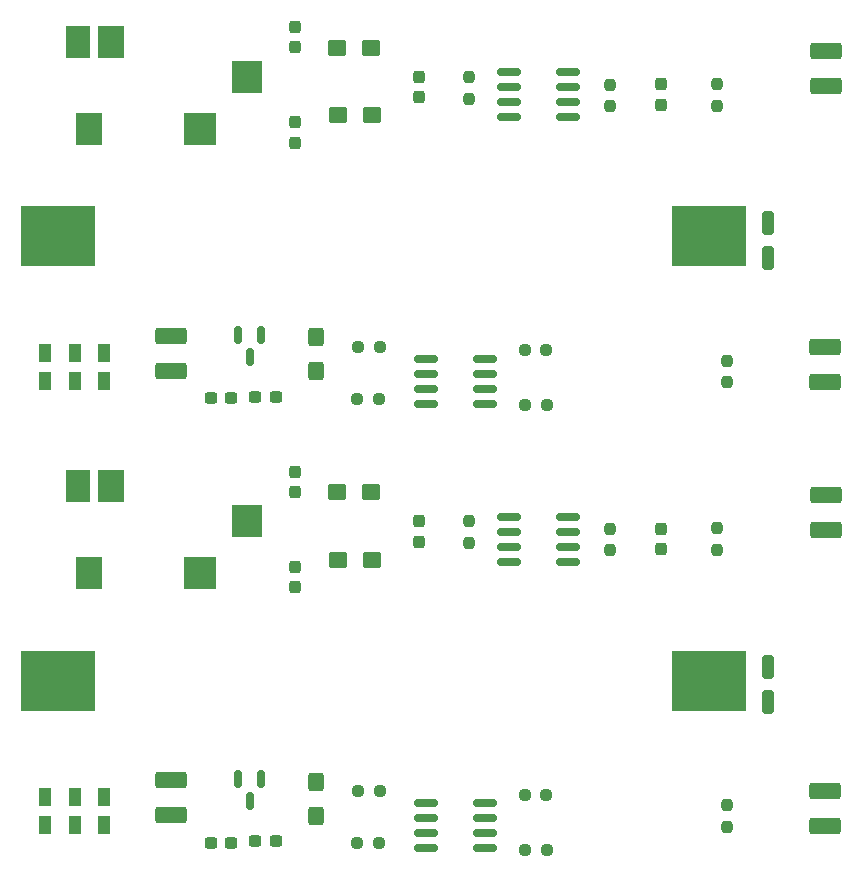
<source format=gbr>
%TF.GenerationSoftware,KiCad,Pcbnew,8.0.4*%
%TF.CreationDate,2024-08-24T22:44:35-07:00*%
%TF.ProjectId,SMDemfExplorerLEDvariationSingleCell_panelized,534d4465-6d66-4457-9870-6c6f7265724c,rev?*%
%TF.SameCoordinates,Original*%
%TF.FileFunction,Paste,Top*%
%TF.FilePolarity,Positive*%
%FSLAX46Y46*%
G04 Gerber Fmt 4.6, Leading zero omitted, Abs format (unit mm)*
G04 Created by KiCad (PCBNEW 8.0.4) date 2024-08-24 22:44:35*
%MOMM*%
%LPD*%
G01*
G04 APERTURE LIST*
G04 Aperture macros list*
%AMRoundRect*
0 Rectangle with rounded corners*
0 $1 Rounding radius*
0 $2 $3 $4 $5 $6 $7 $8 $9 X,Y pos of 4 corners*
0 Add a 4 corners polygon primitive as box body*
4,1,4,$2,$3,$4,$5,$6,$7,$8,$9,$2,$3,0*
0 Add four circle primitives for the rounded corners*
1,1,$1+$1,$2,$3*
1,1,$1+$1,$4,$5*
1,1,$1+$1,$6,$7*
1,1,$1+$1,$8,$9*
0 Add four rect primitives between the rounded corners*
20,1,$1+$1,$2,$3,$4,$5,0*
20,1,$1+$1,$4,$5,$6,$7,0*
20,1,$1+$1,$6,$7,$8,$9,0*
20,1,$1+$1,$8,$9,$2,$3,0*%
G04 Aperture macros list end*
%ADD10RoundRect,0.250000X-0.425000X0.537500X-0.425000X-0.537500X0.425000X-0.537500X0.425000X0.537500X0*%
%ADD11RoundRect,0.237500X-0.250000X-0.237500X0.250000X-0.237500X0.250000X0.237500X-0.250000X0.237500X0*%
%ADD12RoundRect,0.237500X0.237500X-0.300000X0.237500X0.300000X-0.237500X0.300000X-0.237500X-0.300000X0*%
%ADD13RoundRect,0.237500X-0.300000X-0.237500X0.300000X-0.237500X0.300000X0.237500X-0.300000X0.237500X0*%
%ADD14RoundRect,0.250001X-1.074999X0.462499X-1.074999X-0.462499X1.074999X-0.462499X1.074999X0.462499X0*%
%ADD15RoundRect,0.250000X-0.537500X-0.425000X0.537500X-0.425000X0.537500X0.425000X-0.537500X0.425000X0*%
%ADD16R,2.200000X2.800000*%
%ADD17R,2.000000X2.800000*%
%ADD18R,2.800000X2.800000*%
%ADD19R,2.600000X2.800000*%
%ADD20RoundRect,0.237500X-0.237500X0.300000X-0.237500X-0.300000X0.237500X-0.300000X0.237500X0.300000X0*%
%ADD21RoundRect,0.150000X-0.150000X0.587500X-0.150000X-0.587500X0.150000X-0.587500X0.150000X0.587500X0*%
%ADD22R,1.000000X1.600000*%
%ADD23RoundRect,0.237500X0.250000X0.237500X-0.250000X0.237500X-0.250000X-0.237500X0.250000X-0.237500X0*%
%ADD24RoundRect,0.237500X0.237500X-0.250000X0.237500X0.250000X-0.237500X0.250000X-0.237500X-0.250000X0*%
%ADD25RoundRect,0.250001X1.074999X-0.462499X1.074999X0.462499X-1.074999X0.462499X-1.074999X-0.462499X0*%
%ADD26RoundRect,0.237500X-0.237500X0.250000X-0.237500X-0.250000X0.237500X-0.250000X0.237500X0.250000X0*%
%ADD27RoundRect,0.150000X0.825000X0.150000X-0.825000X0.150000X-0.825000X-0.150000X0.825000X-0.150000X0*%
%ADD28RoundRect,0.250000X-0.250000X0.750000X-0.250000X-0.750000X0.250000X-0.750000X0.250000X0.750000X0*%
%ADD29RoundRect,0.150000X-0.825000X-0.150000X0.825000X-0.150000X0.825000X0.150000X-0.825000X0.150000X0*%
%ADD30R,6.350000X5.080000*%
%ADD31RoundRect,0.237500X0.300000X0.237500X-0.300000X0.237500X-0.300000X-0.237500X0.300000X-0.237500X0*%
G04 APERTURE END LIST*
D10*
%TO.C,C10*%
X181300000Y-29824063D03*
X181300000Y-32699063D03*
%TD*%
D11*
%TO.C,R12*%
X184775007Y-35049066D03*
X186599993Y-35049064D03*
%TD*%
D12*
%TO.C,C5*%
X179450002Y-13349065D03*
X179450000Y-11624063D03*
%TD*%
D13*
%TO.C,C11*%
X172349992Y-34999075D03*
X174075000Y-34999063D03*
%TD*%
D14*
%TO.C,L2*%
X224350000Y-30649063D03*
X224350008Y-33624075D03*
%TD*%
D15*
%TO.C,C1*%
X183100000Y-11049063D03*
X185975000Y-11049063D03*
%TD*%
D16*
%TO.C,J2*%
X163925486Y-4806089D03*
D17*
X161125480Y-4806088D03*
D16*
X162025480Y-12206081D03*
D18*
X171425481Y-12206078D03*
D19*
X175425481Y-7756087D03*
%TD*%
D20*
%TO.C,C15*%
X179524992Y-3574061D03*
X179525000Y-5299063D03*
%TD*%
D21*
%TO.C,U4*%
X176599997Y-29624068D03*
X174699996Y-29624062D03*
X175650000Y-31499063D03*
%TD*%
D11*
%TO.C,R5*%
X198950000Y-30924063D03*
X200775000Y-30924063D03*
%TD*%
D22*
%TO.C,SW1*%
X158350000Y-31124063D03*
X160850000Y-31124063D03*
X163350000Y-31124063D03*
X158350000Y-33524063D03*
X160850000Y-33524063D03*
X163350000Y-33524063D03*
%TD*%
D23*
%TO.C,R16*%
X200804897Y-35579176D03*
X198979895Y-35579178D03*
%TD*%
D24*
%TO.C,R8*%
X194200594Y-9622521D03*
X194200592Y-7797521D03*
%TD*%
D25*
%TO.C,L4*%
X169025004Y-32674065D03*
X169025000Y-29699063D03*
%TD*%
%TO.C,L1*%
X224475000Y-8549063D03*
X224474996Y-5574061D03*
%TD*%
D20*
%TO.C,C7*%
X190009754Y-7786069D03*
X190009752Y-9511071D03*
%TD*%
D24*
%TO.C,R7*%
X216050002Y-33636562D03*
X216049998Y-31811564D03*
%TD*%
D11*
%TO.C,R11*%
X184850000Y-30624063D03*
X186675000Y-30624063D03*
%TD*%
D20*
%TO.C,C8*%
X210449992Y-8424061D03*
X210450000Y-10149063D03*
%TD*%
D24*
%TO.C,R9*%
X206134752Y-10261071D03*
X206134746Y-8436073D03*
%TD*%
D26*
%TO.C,R10*%
X215200000Y-8399063D03*
X215200006Y-10224065D03*
%TD*%
D27*
%TO.C,U3*%
X195557801Y-35490795D03*
X195557801Y-34220795D03*
X195557801Y-32950795D03*
X195557801Y-31680795D03*
X190607801Y-31680795D03*
X190607801Y-32950795D03*
X190607801Y-34220795D03*
X190607801Y-35490795D03*
%TD*%
D28*
%TO.C,D2*%
X219499992Y-20124067D03*
X219500000Y-23124063D03*
%TD*%
D15*
%TO.C,C2*%
X183025000Y-5349063D03*
X185900000Y-5349063D03*
%TD*%
D29*
%TO.C,U2*%
X197630812Y-7389839D03*
X197630812Y-8659839D03*
X197630812Y-9929839D03*
X197630812Y-11199839D03*
X202580812Y-11199839D03*
X202580812Y-9929839D03*
X202580812Y-8659839D03*
X202580812Y-7389839D03*
%TD*%
D30*
%TO.C,BT2*%
X159428303Y-21299065D03*
X214571697Y-21299061D03*
%TD*%
D31*
%TO.C,C14*%
X177850008Y-34899059D03*
X176125000Y-34899063D03*
%TD*%
%TO.C,C14*%
X177850008Y-72524996D03*
X176125000Y-72525000D03*
%TD*%
D30*
%TO.C,BT2*%
X159428303Y-58925002D03*
X214571697Y-58924998D03*
%TD*%
D29*
%TO.C,U2*%
X197630812Y-45015776D03*
X197630812Y-46285776D03*
X197630812Y-47555776D03*
X197630812Y-48825776D03*
X202580812Y-48825776D03*
X202580812Y-47555776D03*
X202580812Y-46285776D03*
X202580812Y-45015776D03*
%TD*%
D15*
%TO.C,C2*%
X183025000Y-42975000D03*
X185900000Y-42975000D03*
%TD*%
D28*
%TO.C,D2*%
X219499992Y-57750004D03*
X219500000Y-60750000D03*
%TD*%
D27*
%TO.C,U3*%
X195557801Y-73116732D03*
X195557801Y-71846732D03*
X195557801Y-70576732D03*
X195557801Y-69306732D03*
X190607801Y-69306732D03*
X190607801Y-70576732D03*
X190607801Y-71846732D03*
X190607801Y-73116732D03*
%TD*%
D26*
%TO.C,R10*%
X215200000Y-46025000D03*
X215200006Y-47850002D03*
%TD*%
D24*
%TO.C,R9*%
X206134752Y-47887008D03*
X206134746Y-46062010D03*
%TD*%
D20*
%TO.C,C8*%
X210449992Y-46049998D03*
X210450000Y-47775000D03*
%TD*%
D11*
%TO.C,R11*%
X184850000Y-68250000D03*
X186675000Y-68250000D03*
%TD*%
D24*
%TO.C,R7*%
X216050002Y-71262499D03*
X216049998Y-69437501D03*
%TD*%
D20*
%TO.C,C7*%
X190009754Y-45412006D03*
X190009752Y-47137008D03*
%TD*%
D25*
%TO.C,L1*%
X224475000Y-46175000D03*
X224474996Y-43199998D03*
%TD*%
%TO.C,L4*%
X169025004Y-70300002D03*
X169025000Y-67325000D03*
%TD*%
D24*
%TO.C,R8*%
X194200594Y-47248458D03*
X194200592Y-45423458D03*
%TD*%
D23*
%TO.C,R16*%
X200804897Y-73205113D03*
X198979895Y-73205115D03*
%TD*%
D22*
%TO.C,SW1*%
X158350000Y-68750000D03*
X160850000Y-68750000D03*
X163350000Y-68750000D03*
X158350000Y-71150000D03*
X160850000Y-71150000D03*
X163350000Y-71150000D03*
%TD*%
D11*
%TO.C,R5*%
X198950000Y-68550000D03*
X200775000Y-68550000D03*
%TD*%
D21*
%TO.C,U4*%
X176599997Y-67250005D03*
X174699996Y-67249999D03*
X175650000Y-69125000D03*
%TD*%
D20*
%TO.C,C15*%
X179524992Y-41199998D03*
X179525000Y-42925000D03*
%TD*%
D16*
%TO.C,J2*%
X163925486Y-42432026D03*
D17*
X161125480Y-42432025D03*
D16*
X162025480Y-49832018D03*
D18*
X171425481Y-49832015D03*
D19*
X175425481Y-45382024D03*
%TD*%
D15*
%TO.C,C1*%
X183100000Y-48675000D03*
X185975000Y-48675000D03*
%TD*%
D14*
%TO.C,L2*%
X224350000Y-68275000D03*
X224350008Y-71250012D03*
%TD*%
D13*
%TO.C,C11*%
X172349992Y-72625012D03*
X174075000Y-72625000D03*
%TD*%
D12*
%TO.C,C5*%
X179450002Y-50975002D03*
X179450000Y-49250000D03*
%TD*%
D11*
%TO.C,R12*%
X184775007Y-72675003D03*
X186599993Y-72675001D03*
%TD*%
D10*
%TO.C,C10*%
X181300000Y-67450000D03*
X181300000Y-70325000D03*
%TD*%
M02*

</source>
